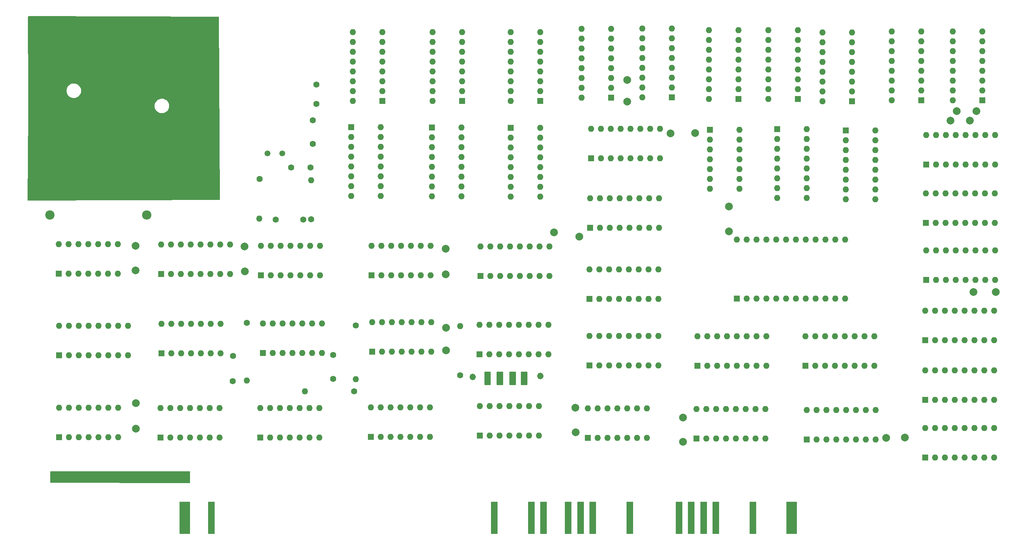
<source format=gts>
G04 #@! TF.GenerationSoftware,KiCad,Pcbnew,8.0.6*
G04 #@! TF.CreationDate,2025-02-23T10:59:59+00:00*
G04 #@! TF.ProjectId,Northstart Floating point,4e6f7274-6873-4746-9172-7420466c6f61,rev?*
G04 #@! TF.SameCoordinates,Original*
G04 #@! TF.FileFunction,Soldermask,Top*
G04 #@! TF.FilePolarity,Negative*
%FSLAX46Y46*%
G04 Gerber Fmt 4.6, Leading zero omitted, Abs format (unit mm)*
G04 Created by KiCad (PCBNEW 8.0.6) date 2025-02-23 10:59:59*
%MOMM*%
%LPD*%
G01*
G04 APERTURE LIST*
G04 Aperture macros list*
%AMHorizOval*
0 Thick line with rounded ends*
0 $1 width*
0 $2 $3 position (X,Y) of the first rounded end (center of the circle)*
0 $4 $5 position (X,Y) of the second rounded end (center of the circle)*
0 Add line between two ends*
20,1,$1,$2,$3,$4,$5,0*
0 Add two circle primitives to create the rounded ends*
1,1,$1,$2,$3*
1,1,$1,$4,$5*%
%AMRotRect*
0 Rectangle, with rotation*
0 The origin of the aperture is its center*
0 $1 length*
0 $2 width*
0 $3 Rotation angle, in degrees counterclockwise*
0 Add horizontal line*
21,1,$1,$2,0,0,$3*%
G04 Aperture macros list end*
%ADD10C,0.100000*%
%ADD11C,0.304800*%
%ADD12C,0.816102*%
%ADD13C,0.848748*%
%ADD14C,2.000000*%
%ADD15R,1.600000X1.600000*%
%ADD16O,1.600000X1.600000*%
%ADD17C,2.400000*%
%ADD18O,2.400000X2.400000*%
%ADD19C,1.600000*%
%ADD20R,2.794000X8.382000*%
%ADD21R,1.778000X8.382000*%
%ADD22RotRect,1.905000X2.000000X225.000000*%
%ADD23HorizOval,1.905000X-0.033588X0.033588X0.033588X-0.033588X0*%
%ADD24C,1.500000*%
%ADD25RotRect,1.905000X2.000000X45.000000*%
G04 APERTURE END LIST*
D10*
X65907630Y-26410000D02*
G75*
G02*
X62112370Y-26410000I-1897630J0D01*
G01*
X62112370Y-26410000D02*
G75*
G02*
X65907630Y-26410000I1897630J0D01*
G01*
D11*
X147940000Y-115230000D02*
X149250000Y-115230000D01*
X149250000Y-118350000D01*
X147940000Y-118350000D01*
X147940000Y-115230000D01*
G36*
X147940000Y-115230000D02*
G01*
X149250000Y-115230000D01*
X149250000Y-118350000D01*
X147940000Y-118350000D01*
X147940000Y-115230000D01*
G37*
X141670000Y-115240000D02*
X142980000Y-115240000D01*
X142980000Y-118360000D01*
X141670000Y-118360000D01*
X141670000Y-115240000D01*
G36*
X141670000Y-115240000D02*
G01*
X142980000Y-115240000D01*
X142980000Y-118360000D01*
X141670000Y-118360000D01*
X141670000Y-115240000D01*
G37*
D12*
X135738051Y-116430000D02*
G75*
G02*
X134921949Y-116430000I-408051J0D01*
G01*
X134921949Y-116430000D02*
G75*
G02*
X135738051Y-116430000I408051J0D01*
G01*
D13*
X153204374Y-116190000D02*
G75*
G02*
X152355626Y-116190000I-424374J0D01*
G01*
X152355626Y-116190000D02*
G75*
G02*
X153204374Y-116190000I424374J0D01*
G01*
D11*
X138500000Y-115240000D02*
X139810000Y-115240000D01*
X139810000Y-118360000D01*
X138500000Y-118360000D01*
X138500000Y-115240000D01*
G36*
X138500000Y-115240000D02*
G01*
X139810000Y-115240000D01*
X139810000Y-118360000D01*
X138500000Y-118360000D01*
X138500000Y-115240000D01*
G37*
X144980000Y-115230000D02*
X146290000Y-115230000D01*
X146290000Y-118350000D01*
X144980000Y-118350000D01*
X144980000Y-115230000D01*
G36*
X144980000Y-115230000D02*
G01*
X146290000Y-115230000D01*
X146290000Y-118350000D01*
X144980000Y-118350000D01*
X144980000Y-115230000D01*
G37*
D14*
X246790000Y-132120000D03*
X241960000Y-132140000D03*
D15*
X28620000Y-132000000D03*
D16*
X31160000Y-132000000D03*
X33700000Y-132000000D03*
X36240000Y-132000000D03*
X38780000Y-132000000D03*
X41320000Y-132000000D03*
X43860000Y-132000000D03*
X43860000Y-124380000D03*
X41320000Y-124380000D03*
X38780000Y-124380000D03*
X36240000Y-124380000D03*
X33700000Y-124380000D03*
X31160000Y-124380000D03*
X28620000Y-124380000D03*
D15*
X109040000Y-131900000D03*
D16*
X111580000Y-131900000D03*
X114120000Y-131900000D03*
X116660000Y-131900000D03*
X119200000Y-131900000D03*
X121740000Y-131900000D03*
X124280000Y-131900000D03*
X124280000Y-124280000D03*
X121740000Y-124280000D03*
X119200000Y-124280000D03*
X116660000Y-124280000D03*
X114120000Y-124280000D03*
X111580000Y-124280000D03*
X109040000Y-124280000D03*
D14*
X128430000Y-103710000D03*
X128450000Y-109600000D03*
D15*
X28550000Y-89720000D03*
D16*
X31090000Y-89720000D03*
X33630000Y-89720000D03*
X36170000Y-89720000D03*
X38710000Y-89720000D03*
X41250000Y-89720000D03*
X43790000Y-89720000D03*
X43790000Y-82100000D03*
X41250000Y-82100000D03*
X38710000Y-82100000D03*
X36170000Y-82100000D03*
X33630000Y-82100000D03*
X31090000Y-82100000D03*
X28550000Y-82100000D03*
D15*
X165040000Y-132160000D03*
D16*
X167580000Y-132160000D03*
X170120000Y-132160000D03*
X172660000Y-132160000D03*
X175200000Y-132160000D03*
X177740000Y-132160000D03*
X180280000Y-132160000D03*
X180280000Y-124540000D03*
X177740000Y-124540000D03*
X175200000Y-124540000D03*
X172660000Y-124540000D03*
X170120000Y-124540000D03*
X167580000Y-124540000D03*
X165040000Y-124540000D03*
D14*
X201460000Y-78792500D03*
X201420000Y-72422500D03*
D15*
X251060000Y-44950000D03*
D16*
X251060000Y-42410000D03*
X251060000Y-39870000D03*
X251060000Y-37330000D03*
X251060000Y-34790000D03*
X251060000Y-32250000D03*
X251060000Y-29710000D03*
X251060000Y-27170000D03*
X243440000Y-27170000D03*
X243440000Y-29710000D03*
X243440000Y-32250000D03*
X243440000Y-34790000D03*
X243440000Y-37330000D03*
X243440000Y-39870000D03*
X243440000Y-42410000D03*
X243440000Y-44950000D03*
D14*
X192675000Y-53440000D03*
X186355000Y-53510000D03*
D15*
X132580000Y-45110000D03*
D16*
X132580000Y-42570000D03*
X132580000Y-40030000D03*
X132580000Y-37490000D03*
X132580000Y-34950000D03*
X132580000Y-32410000D03*
X132580000Y-29870000D03*
X132580000Y-27330000D03*
X124960000Y-27330000D03*
X124960000Y-29870000D03*
X124960000Y-32410000D03*
X124960000Y-34950000D03*
X124960000Y-37490000D03*
X124960000Y-40030000D03*
X124960000Y-42570000D03*
X124960000Y-45110000D03*
D15*
X111990000Y-45125000D03*
D16*
X111990000Y-42585000D03*
X111990000Y-40045000D03*
X111990000Y-37505000D03*
X111990000Y-34965000D03*
X111990000Y-32425000D03*
X111990000Y-29885000D03*
X111990000Y-27345000D03*
X104370000Y-27345000D03*
X104370000Y-29885000D03*
X104370000Y-32425000D03*
X104370000Y-34965000D03*
X104370000Y-37505000D03*
X104370000Y-40045000D03*
X104370000Y-42585000D03*
X104370000Y-45125000D03*
D17*
X26250000Y-74610000D03*
D18*
X51250000Y-74610000D03*
D15*
X252090000Y-106910000D03*
D16*
X254630000Y-106910000D03*
X257170000Y-106910000D03*
X259710000Y-106910000D03*
X262250000Y-106910000D03*
X264790000Y-106910000D03*
X267330000Y-106910000D03*
X269870000Y-106910000D03*
X269870000Y-99290000D03*
X267330000Y-99290000D03*
X264790000Y-99290000D03*
X262250000Y-99290000D03*
X259710000Y-99290000D03*
X257170000Y-99290000D03*
X254630000Y-99290000D03*
X252090000Y-99290000D03*
D15*
X233210000Y-45200000D03*
D16*
X233210000Y-42660000D03*
X233210000Y-40120000D03*
X233210000Y-37580000D03*
X233210000Y-35040000D03*
X233210000Y-32500000D03*
X233210000Y-29960000D03*
X233210000Y-27420000D03*
X225590000Y-27420000D03*
X225590000Y-29960000D03*
X225590000Y-32500000D03*
X225590000Y-35040000D03*
X225590000Y-37580000D03*
X225590000Y-40120000D03*
X225590000Y-42660000D03*
X225590000Y-45200000D03*
D19*
X77060000Y-102460000D03*
D16*
X77040000Y-117390000D03*
D19*
X132090000Y-116010000D03*
D16*
X132090000Y-103310000D03*
D15*
X28605000Y-110870000D03*
D16*
X31145000Y-110870000D03*
X33685000Y-110870000D03*
X36225000Y-110870000D03*
X38765000Y-110870000D03*
X41305000Y-110870000D03*
X43845000Y-110870000D03*
X46385000Y-110870000D03*
X46385000Y-103250000D03*
X43845000Y-103250000D03*
X41305000Y-103250000D03*
X38765000Y-103250000D03*
X36225000Y-103250000D03*
X33685000Y-103250000D03*
X31145000Y-103250000D03*
X28605000Y-103250000D03*
D19*
X105180000Y-103130000D03*
D16*
X105210000Y-117020000D03*
D15*
X137070000Y-110600000D03*
D16*
X139610000Y-110600000D03*
X142150000Y-110600000D03*
X144690000Y-110600000D03*
X147230000Y-110600000D03*
X149770000Y-110600000D03*
X152310000Y-110600000D03*
X154850000Y-110600000D03*
X154850000Y-102980000D03*
X152310000Y-102980000D03*
X149770000Y-102980000D03*
X147230000Y-102980000D03*
X144690000Y-102980000D03*
X142150000Y-102980000D03*
X139610000Y-102980000D03*
X137070000Y-102980000D03*
D15*
X193295000Y-113570000D03*
D16*
X195835000Y-113570000D03*
X198375000Y-113570000D03*
X200915000Y-113570000D03*
X203455000Y-113570000D03*
X205995000Y-113570000D03*
X208535000Y-113570000D03*
X211075000Y-113570000D03*
X211075000Y-105950000D03*
X208535000Y-105950000D03*
X205995000Y-105950000D03*
X203455000Y-105950000D03*
X200915000Y-105950000D03*
X198375000Y-105950000D03*
X195835000Y-105950000D03*
X193295000Y-105950000D03*
D19*
X104770000Y-120110000D03*
D16*
X92070000Y-120110000D03*
D14*
X76490000Y-82710000D03*
X76540000Y-89200000D03*
X175210000Y-45330000D03*
X175170000Y-39710000D03*
X128340000Y-83300000D03*
X128390000Y-89890000D03*
D15*
X165450000Y-96240000D03*
D16*
X167990000Y-96240000D03*
X170530000Y-96240000D03*
X173070000Y-96240000D03*
X175610000Y-96240000D03*
X178150000Y-96240000D03*
X180690000Y-96240000D03*
X183230000Y-96240000D03*
X183230000Y-88620000D03*
X180690000Y-88620000D03*
X178150000Y-88620000D03*
X175610000Y-88620000D03*
X173070000Y-88620000D03*
X170530000Y-88620000D03*
X167990000Y-88620000D03*
X165450000Y-88620000D03*
D14*
X258550000Y-50230000D03*
X263620000Y-50180000D03*
X162785000Y-80197500D03*
X156325000Y-79127500D03*
X48340000Y-82520000D03*
X48340000Y-88900000D03*
D15*
X252360000Y-61540000D03*
D16*
X254900000Y-61540000D03*
X257440000Y-61540000D03*
X259980000Y-61540000D03*
X262520000Y-61540000D03*
X265060000Y-61540000D03*
X267600000Y-61540000D03*
X270140000Y-61540000D03*
X270140000Y-53920000D03*
X267600000Y-53920000D03*
X265060000Y-53920000D03*
X262520000Y-53920000D03*
X259980000Y-53920000D03*
X257440000Y-53920000D03*
X254900000Y-53920000D03*
X252360000Y-53920000D03*
D15*
X165650000Y-77910000D03*
D16*
X168190000Y-77910000D03*
X170730000Y-77910000D03*
X173270000Y-77910000D03*
X175810000Y-77910000D03*
X178350000Y-77910000D03*
X180890000Y-77910000D03*
X183430000Y-77910000D03*
X183430000Y-70290000D03*
X180890000Y-70290000D03*
X178350000Y-70290000D03*
X175810000Y-70290000D03*
X173270000Y-70290000D03*
X170730000Y-70290000D03*
X168190000Y-70290000D03*
X165650000Y-70290000D03*
D14*
X264520000Y-94530000D03*
X270270000Y-94490000D03*
X161850000Y-124350000D03*
X161870000Y-130730000D03*
D15*
X252100000Y-137260000D03*
D16*
X254640000Y-137260000D03*
X257180000Y-137260000D03*
X259720000Y-137260000D03*
X262260000Y-137260000D03*
X264800000Y-137260000D03*
X267340000Y-137260000D03*
X269880000Y-137260000D03*
X269880000Y-129640000D03*
X267340000Y-129640000D03*
X264800000Y-129640000D03*
X262260000Y-129640000D03*
X259720000Y-129640000D03*
X257180000Y-129640000D03*
X254640000Y-129640000D03*
X252100000Y-129640000D03*
D15*
X221490000Y-132590000D03*
D16*
X224030000Y-132590000D03*
X226570000Y-132590000D03*
X229110000Y-132590000D03*
X231650000Y-132590000D03*
X234190000Y-132590000D03*
X236730000Y-132590000D03*
X239270000Y-132590000D03*
X239270000Y-124970000D03*
X236730000Y-124970000D03*
X234190000Y-124970000D03*
X231650000Y-124970000D03*
X229110000Y-124970000D03*
X226570000Y-124970000D03*
X224030000Y-124970000D03*
X221490000Y-124970000D03*
D15*
X137315000Y-90380000D03*
D16*
X139855000Y-90380000D03*
X142395000Y-90380000D03*
X144935000Y-90380000D03*
X147475000Y-90380000D03*
X150015000Y-90380000D03*
X152555000Y-90380000D03*
X155095000Y-90380000D03*
X155095000Y-82760000D03*
X152555000Y-82760000D03*
X150015000Y-82760000D03*
X147475000Y-82760000D03*
X144935000Y-82760000D03*
X142395000Y-82760000D03*
X139855000Y-82760000D03*
X137315000Y-82760000D03*
D15*
X109430000Y-109880000D03*
D16*
X111970000Y-109880000D03*
X114510000Y-109880000D03*
X117050000Y-109880000D03*
X119590000Y-109880000D03*
X122130000Y-109880000D03*
X124670000Y-109880000D03*
X124670000Y-102260000D03*
X122130000Y-102260000D03*
X119590000Y-102260000D03*
X117050000Y-102260000D03*
X114510000Y-102260000D03*
X111970000Y-102260000D03*
X109430000Y-102260000D03*
D15*
X266770000Y-44950000D03*
D16*
X266770000Y-42410000D03*
X266770000Y-39870000D03*
X266770000Y-37330000D03*
X266770000Y-34790000D03*
X266770000Y-32250000D03*
X266770000Y-29710000D03*
X266770000Y-27170000D03*
X259150000Y-27170000D03*
X259150000Y-29710000D03*
X259150000Y-32250000D03*
X259150000Y-34790000D03*
X259150000Y-37330000D03*
X259150000Y-39870000D03*
X259150000Y-42410000D03*
X259150000Y-44950000D03*
D14*
X189550000Y-126920000D03*
X189610000Y-133210000D03*
D15*
X165430000Y-113480000D03*
D16*
X167970000Y-113480000D03*
X170510000Y-113480000D03*
X173050000Y-113480000D03*
X175590000Y-113480000D03*
X178130000Y-113480000D03*
X180670000Y-113480000D03*
X183210000Y-113480000D03*
X183210000Y-105860000D03*
X180670000Y-105860000D03*
X178130000Y-105860000D03*
X175590000Y-105860000D03*
X173050000Y-105860000D03*
X170510000Y-105860000D03*
X167970000Y-105860000D03*
X165430000Y-105860000D03*
D15*
X196500000Y-52625000D03*
D16*
X196500000Y-55165000D03*
X196500000Y-57705000D03*
X196500000Y-60245000D03*
X196500000Y-62785000D03*
X196500000Y-65325000D03*
X196500000Y-67865000D03*
X204120000Y-67865000D03*
X204120000Y-65325000D03*
X204120000Y-62785000D03*
X204120000Y-60245000D03*
X204120000Y-57705000D03*
X204120000Y-55165000D03*
X204120000Y-52625000D03*
D19*
X99325000Y-116900000D03*
X99325000Y-110760000D03*
X93680000Y-75740000D03*
D16*
X93690000Y-65630000D03*
D15*
X124810000Y-51950000D03*
D16*
X124810000Y-54490000D03*
X124810000Y-57030000D03*
X124810000Y-59570000D03*
X124810000Y-62110000D03*
X124810000Y-64650000D03*
X124810000Y-67190000D03*
X124810000Y-69730000D03*
X132430000Y-69730000D03*
X132430000Y-67190000D03*
X132430000Y-64650000D03*
X132430000Y-62110000D03*
X132430000Y-59570000D03*
X132430000Y-57030000D03*
X132430000Y-54490000D03*
X132430000Y-51950000D03*
D19*
X94080000Y-50150000D03*
X94070000Y-56250000D03*
D15*
X203910000Y-44585000D03*
D16*
X203910000Y-42045000D03*
X203910000Y-39505000D03*
X203910000Y-36965000D03*
X203910000Y-34425000D03*
X203910000Y-31885000D03*
X203910000Y-29345000D03*
X203910000Y-26805000D03*
X196290000Y-26805000D03*
X196290000Y-29345000D03*
X196290000Y-31885000D03*
X196290000Y-34425000D03*
X196290000Y-36965000D03*
X196290000Y-39505000D03*
X196290000Y-42045000D03*
X196290000Y-44585000D03*
D15*
X193015000Y-132370000D03*
D16*
X195555000Y-132370000D03*
X198095000Y-132370000D03*
X200635000Y-132370000D03*
X203175000Y-132370000D03*
X205715000Y-132370000D03*
X208255000Y-132370000D03*
X210795000Y-132370000D03*
X210795000Y-124750000D03*
X208255000Y-124750000D03*
X205715000Y-124750000D03*
X203175000Y-124750000D03*
X200635000Y-124750000D03*
X198095000Y-124750000D03*
X195555000Y-124750000D03*
X193015000Y-124750000D03*
D15*
X80545000Y-132050000D03*
D16*
X83085000Y-132050000D03*
X85625000Y-132050000D03*
X88165000Y-132050000D03*
X90705000Y-132050000D03*
X93245000Y-132050000D03*
X95785000Y-132050000D03*
X95785000Y-124430000D03*
X93245000Y-124430000D03*
X90705000Y-124430000D03*
X88165000Y-124430000D03*
X85625000Y-124430000D03*
X83085000Y-124430000D03*
X80545000Y-124430000D03*
D14*
X48420000Y-123200000D03*
X48460000Y-129840000D03*
D15*
X252200000Y-76630000D03*
D16*
X254740000Y-76630000D03*
X257280000Y-76630000D03*
X259820000Y-76630000D03*
X262360000Y-76630000D03*
X264900000Y-76630000D03*
X267440000Y-76630000D03*
X269980000Y-76630000D03*
X269980000Y-69010000D03*
X267440000Y-69010000D03*
X264900000Y-69010000D03*
X262360000Y-69010000D03*
X259820000Y-69010000D03*
X257280000Y-69010000D03*
X254740000Y-69010000D03*
X252200000Y-69010000D03*
D19*
X94980000Y-45920000D03*
X94980000Y-40920000D03*
D20*
X61050000Y-152810000D03*
D21*
X67908000Y-152810000D03*
X140933000Y-152810000D03*
X150458000Y-152810000D03*
X153633000Y-152810000D03*
X159983000Y-152810000D03*
X163158000Y-152810000D03*
X166333000Y-152810000D03*
X175858000Y-152810000D03*
X188558000Y-152810000D03*
X191733000Y-152810000D03*
X194908000Y-152810000D03*
X198083000Y-152810000D03*
X207608000Y-152810000D03*
D20*
X217641000Y-152810000D03*
D15*
X81180000Y-110270000D03*
D16*
X83720000Y-110270000D03*
X86260000Y-110270000D03*
X88800000Y-110270000D03*
X91340000Y-110270000D03*
X93880000Y-110270000D03*
X96420000Y-110270000D03*
X96420000Y-102650000D03*
X93880000Y-102650000D03*
X91340000Y-102650000D03*
X88800000Y-102650000D03*
X86260000Y-102650000D03*
X83720000Y-102650000D03*
X81180000Y-102650000D03*
D15*
X186710000Y-44205000D03*
D16*
X186710000Y-41665000D03*
X186710000Y-39125000D03*
X186710000Y-36585000D03*
X186710000Y-34045000D03*
X186710000Y-31505000D03*
X186710000Y-28965000D03*
X186710000Y-26425000D03*
X179090000Y-26425000D03*
X179090000Y-28965000D03*
X179090000Y-31505000D03*
X179090000Y-34045000D03*
X179090000Y-36585000D03*
X179090000Y-39125000D03*
X179090000Y-41665000D03*
X179090000Y-44205000D03*
D15*
X252075000Y-122340000D03*
D16*
X254615000Y-122340000D03*
X257155000Y-122340000D03*
X259695000Y-122340000D03*
X262235000Y-122340000D03*
X264775000Y-122340000D03*
X267315000Y-122340000D03*
X269855000Y-122340000D03*
X269855000Y-114720000D03*
X267315000Y-114720000D03*
X264775000Y-114720000D03*
X262235000Y-114720000D03*
X259695000Y-114720000D03*
X257155000Y-114720000D03*
X254615000Y-114720000D03*
X252075000Y-114720000D03*
D14*
X260220000Y-47775000D03*
X265240000Y-47765000D03*
D15*
X109195000Y-90200000D03*
D16*
X111735000Y-90200000D03*
X114275000Y-90200000D03*
X116815000Y-90200000D03*
X119355000Y-90200000D03*
X121895000Y-90200000D03*
X124435000Y-90200000D03*
X124435000Y-82580000D03*
X121895000Y-82580000D03*
X119355000Y-82580000D03*
X116815000Y-82580000D03*
X114275000Y-82580000D03*
X111735000Y-82580000D03*
X109195000Y-82580000D03*
D15*
X145130000Y-52060000D03*
D16*
X145130000Y-54600000D03*
X145130000Y-57140000D03*
X145130000Y-59680000D03*
X145130000Y-62220000D03*
X145130000Y-64760000D03*
X145130000Y-67300000D03*
X145130000Y-69840000D03*
X152750000Y-69840000D03*
X152750000Y-67300000D03*
X152750000Y-64760000D03*
X152750000Y-62220000D03*
X152750000Y-59680000D03*
X152750000Y-57140000D03*
X152750000Y-54600000D03*
X152750000Y-52060000D03*
D15*
X54830000Y-132110000D03*
D16*
X57370000Y-132110000D03*
X59910000Y-132110000D03*
X62450000Y-132110000D03*
X64990000Y-132110000D03*
X67530000Y-132110000D03*
X70070000Y-132110000D03*
X70070000Y-124490000D03*
X67530000Y-124490000D03*
X64990000Y-124490000D03*
X62450000Y-124490000D03*
X59910000Y-124490000D03*
X57370000Y-124490000D03*
X54830000Y-124490000D03*
D15*
X171000000Y-44250000D03*
D16*
X171000000Y-41710000D03*
X171000000Y-39170000D03*
X171000000Y-36630000D03*
X171000000Y-34090000D03*
X171000000Y-31550000D03*
X171000000Y-29010000D03*
X171000000Y-26470000D03*
X163380000Y-26470000D03*
X163380000Y-29010000D03*
X163380000Y-31550000D03*
X163380000Y-34090000D03*
X163380000Y-36630000D03*
X163380000Y-39170000D03*
X163380000Y-41710000D03*
X163380000Y-44250000D03*
D15*
X219180000Y-44585000D03*
D16*
X219180000Y-42045000D03*
X219180000Y-39505000D03*
X219180000Y-36965000D03*
X219180000Y-34425000D03*
X219180000Y-31885000D03*
X219180000Y-29345000D03*
X219180000Y-26805000D03*
X211560000Y-26805000D03*
X211560000Y-29345000D03*
X211560000Y-31885000D03*
X211560000Y-34425000D03*
X211560000Y-36965000D03*
X211560000Y-39505000D03*
X211560000Y-42045000D03*
X211560000Y-44585000D03*
D22*
X46407836Y-33435733D03*
D23*
X42638957Y-33343809D03*
X42815734Y-37027835D03*
D19*
X91660000Y-75820000D03*
X84520000Y-75820000D03*
D15*
X152730000Y-45160000D03*
D16*
X152730000Y-42620000D03*
X152730000Y-40080000D03*
X152730000Y-37540000D03*
X152730000Y-35000000D03*
X152730000Y-32460000D03*
X152730000Y-29920000D03*
X152730000Y-27380000D03*
X145110000Y-27380000D03*
X145110000Y-29920000D03*
X145110000Y-32460000D03*
X145110000Y-35000000D03*
X145110000Y-37540000D03*
X145110000Y-40080000D03*
X145110000Y-42620000D03*
X145110000Y-45160000D03*
D15*
X137195000Y-131560000D03*
D16*
X139735000Y-131560000D03*
X142275000Y-131560000D03*
X144815000Y-131560000D03*
X147355000Y-131560000D03*
X149895000Y-131560000D03*
X152435000Y-131560000D03*
X152435000Y-123940000D03*
X149895000Y-123940000D03*
X147355000Y-123940000D03*
X144815000Y-123940000D03*
X142275000Y-123940000D03*
X139735000Y-123940000D03*
X137195000Y-123940000D03*
D19*
X88470000Y-62310000D03*
X93470000Y-62310000D03*
D15*
X252360000Y-91400000D03*
D16*
X254900000Y-91400000D03*
X257440000Y-91400000D03*
X259980000Y-91400000D03*
X262520000Y-91400000D03*
X265060000Y-91400000D03*
X267600000Y-91400000D03*
X270140000Y-91400000D03*
X270140000Y-83780000D03*
X267600000Y-83780000D03*
X265060000Y-83780000D03*
X262520000Y-83780000D03*
X259980000Y-83780000D03*
X257440000Y-83780000D03*
X254900000Y-83780000D03*
X252360000Y-83780000D03*
D19*
X73430000Y-117500000D03*
X73470000Y-110970000D03*
D24*
X86170000Y-58690000D03*
X82370000Y-58690000D03*
D15*
X165910000Y-59980000D03*
D16*
X168450000Y-59980000D03*
X170990000Y-59980000D03*
X173530000Y-59980000D03*
X176070000Y-59980000D03*
X178610000Y-59980000D03*
X181150000Y-59980000D03*
X183690000Y-59980000D03*
X183690000Y-52360000D03*
X181150000Y-52360000D03*
X178610000Y-52360000D03*
X176070000Y-52360000D03*
X173530000Y-52360000D03*
X170990000Y-52360000D03*
X168450000Y-52360000D03*
X165910000Y-52360000D03*
D15*
X231550000Y-52745000D03*
D16*
X231550000Y-55285000D03*
X231550000Y-57825000D03*
X231550000Y-60365000D03*
X231550000Y-62905000D03*
X231550000Y-65445000D03*
X231550000Y-67985000D03*
X231550000Y-70525000D03*
X239170000Y-70525000D03*
X239170000Y-67985000D03*
X239170000Y-65445000D03*
X239170000Y-62905000D03*
X239170000Y-60365000D03*
X239170000Y-57825000D03*
X239170000Y-55285000D03*
X239170000Y-52745000D03*
D19*
X80340000Y-65295000D03*
D16*
X80290000Y-75565000D03*
D15*
X55060000Y-110360000D03*
D16*
X57600000Y-110360000D03*
X60140000Y-110360000D03*
X62680000Y-110360000D03*
X65220000Y-110360000D03*
X67760000Y-110360000D03*
X70300000Y-110360000D03*
X70300000Y-102740000D03*
X67760000Y-102740000D03*
X65220000Y-102740000D03*
X62680000Y-102740000D03*
X60140000Y-102740000D03*
X57600000Y-102740000D03*
X55060000Y-102740000D03*
D15*
X104020000Y-51890000D03*
D16*
X104020000Y-54430000D03*
X104020000Y-56970000D03*
X104020000Y-59510000D03*
X104020000Y-62050000D03*
X104020000Y-64590000D03*
X104020000Y-67130000D03*
X104020000Y-69670000D03*
X111640000Y-69670000D03*
X111640000Y-67130000D03*
X111640000Y-64590000D03*
X111640000Y-62050000D03*
X111640000Y-59510000D03*
X111640000Y-56970000D03*
X111640000Y-54430000D03*
X111640000Y-51890000D03*
D15*
X54950000Y-89820000D03*
D16*
X57490000Y-89820000D03*
X60030000Y-89820000D03*
X62570000Y-89820000D03*
X65110000Y-89820000D03*
X67650000Y-89820000D03*
X70190000Y-89820000D03*
X72730000Y-89820000D03*
X72730000Y-82200000D03*
X70190000Y-82200000D03*
X67650000Y-82200000D03*
X65110000Y-82200000D03*
X62570000Y-82200000D03*
X60030000Y-82200000D03*
X57490000Y-82200000D03*
X54950000Y-82200000D03*
D25*
X41138415Y-54780517D03*
D23*
X45381056Y-55431055D03*
X44730517Y-51188415D03*
D15*
X80735000Y-90200000D03*
D16*
X83275000Y-90200000D03*
X85815000Y-90200000D03*
X88355000Y-90200000D03*
X90895000Y-90200000D03*
X93435000Y-90200000D03*
X95975000Y-90200000D03*
X95975000Y-82580000D03*
X93435000Y-82580000D03*
X90895000Y-82580000D03*
X88355000Y-82580000D03*
X85815000Y-82580000D03*
X83275000Y-82580000D03*
X80735000Y-82580000D03*
D15*
X203435000Y-96185000D03*
D16*
X205975000Y-96185000D03*
X208515000Y-96185000D03*
X211055000Y-96185000D03*
X213595000Y-96185000D03*
X216135000Y-96185000D03*
X218675000Y-96185000D03*
X221215000Y-96185000D03*
X223755000Y-96185000D03*
X226295000Y-96185000D03*
X228835000Y-96185000D03*
X231375000Y-96185000D03*
X231375000Y-80945000D03*
X228835000Y-80945000D03*
X226295000Y-80945000D03*
X223755000Y-80945000D03*
X221215000Y-80945000D03*
X218675000Y-80945000D03*
X216135000Y-80945000D03*
X213595000Y-80945000D03*
X211055000Y-80945000D03*
X208515000Y-80945000D03*
X205975000Y-80945000D03*
X203435000Y-80945000D03*
D15*
X221190000Y-113510000D03*
D16*
X223730000Y-113510000D03*
X226270000Y-113510000D03*
X228810000Y-113510000D03*
X231350000Y-113510000D03*
X233890000Y-113510000D03*
X236430000Y-113510000D03*
X238970000Y-113510000D03*
X238970000Y-105890000D03*
X236430000Y-105890000D03*
X233890000Y-105890000D03*
X231350000Y-105890000D03*
X228810000Y-105890000D03*
X226270000Y-105890000D03*
X223730000Y-105890000D03*
X221190000Y-105890000D03*
D15*
X213840000Y-52445000D03*
D16*
X213840000Y-54985000D03*
X213840000Y-57525000D03*
X213840000Y-60065000D03*
X213840000Y-62605000D03*
X213840000Y-65145000D03*
X213840000Y-67685000D03*
X213840000Y-70225000D03*
X221460000Y-70225000D03*
X221460000Y-67685000D03*
X221460000Y-65145000D03*
X221460000Y-62605000D03*
X221460000Y-60065000D03*
X221460000Y-57525000D03*
X221460000Y-54985000D03*
X221460000Y-52445000D03*
G36*
X69757055Y-23379650D02*
G01*
X69824039Y-23399525D01*
X69869643Y-23452458D01*
X69880701Y-23502941D01*
X70149291Y-70575793D01*
X70129989Y-70642944D01*
X70077447Y-70689000D01*
X70025792Y-70700500D01*
X20605513Y-70899494D01*
X20538395Y-70880080D01*
X20492428Y-70827460D01*
X20481018Y-70774489D01*
X20660000Y-48719989D01*
X20660000Y-48670097D01*
X20656476Y-46429996D01*
X53272493Y-46429996D01*
X53272493Y-46430000D01*
X53292500Y-46703366D01*
X53292501Y-46703376D01*
X53352096Y-46970903D01*
X53352098Y-46970908D01*
X53450015Y-47226923D01*
X53584162Y-47465946D01*
X53584165Y-47465951D01*
X53751683Y-47682894D01*
X53751692Y-47682904D01*
X53949005Y-47873137D01*
X53949013Y-47873144D01*
X54171922Y-48032621D01*
X54171934Y-48032628D01*
X54415692Y-48157954D01*
X54415706Y-48157960D01*
X54675102Y-48246454D01*
X54675120Y-48246458D01*
X54944655Y-48296243D01*
X54944662Y-48296244D01*
X55218568Y-48306255D01*
X55491021Y-48276275D01*
X55491031Y-48276274D01*
X55756206Y-48206949D01*
X55756208Y-48206948D01*
X56008467Y-48099751D01*
X56242439Y-47956960D01*
X56242449Y-47956953D01*
X56453128Y-47781625D01*
X56453134Y-47781619D01*
X56636040Y-47577483D01*
X56787277Y-47348888D01*
X56903625Y-47100695D01*
X56903625Y-47100693D01*
X56982587Y-46838238D01*
X56982590Y-46838224D01*
X57022498Y-46567051D01*
X57022499Y-46567035D01*
X57025000Y-46430000D01*
X57022499Y-46292964D01*
X57022498Y-46292948D01*
X56982590Y-46021775D01*
X56982587Y-46021761D01*
X56903625Y-45759306D01*
X56903625Y-45759304D01*
X56787277Y-45511111D01*
X56636040Y-45282516D01*
X56453134Y-45078380D01*
X56453128Y-45078374D01*
X56242449Y-44903046D01*
X56242439Y-44903039D01*
X56008467Y-44760248D01*
X55756208Y-44653051D01*
X55756206Y-44653050D01*
X55491031Y-44583725D01*
X55491021Y-44583724D01*
X55218566Y-44553744D01*
X54944662Y-44563755D01*
X54944655Y-44563756D01*
X54675120Y-44613541D01*
X54675102Y-44613545D01*
X54415706Y-44702039D01*
X54415692Y-44702045D01*
X54171934Y-44827371D01*
X54171922Y-44827378D01*
X53949013Y-44986855D01*
X53949005Y-44986862D01*
X53751692Y-45177095D01*
X53751683Y-45177105D01*
X53584165Y-45394048D01*
X53584162Y-45394053D01*
X53450015Y-45633076D01*
X53352098Y-45889091D01*
X53352096Y-45889096D01*
X53292501Y-46156623D01*
X53292500Y-46156633D01*
X53272493Y-46429996D01*
X20656476Y-46429996D01*
X20650279Y-42489996D01*
X30552493Y-42489996D01*
X30552493Y-42490000D01*
X30572500Y-42763366D01*
X30572501Y-42763376D01*
X30632096Y-43030903D01*
X30632098Y-43030908D01*
X30730015Y-43286923D01*
X30864162Y-43525946D01*
X30864165Y-43525951D01*
X31031683Y-43742894D01*
X31031692Y-43742904D01*
X31229005Y-43933137D01*
X31229013Y-43933144D01*
X31451922Y-44092621D01*
X31451934Y-44092628D01*
X31695692Y-44217954D01*
X31695706Y-44217960D01*
X31955102Y-44306454D01*
X31955120Y-44306458D01*
X32224655Y-44356243D01*
X32224662Y-44356244D01*
X32498568Y-44366255D01*
X32771021Y-44336275D01*
X32771031Y-44336274D01*
X33036206Y-44266949D01*
X33036208Y-44266948D01*
X33288467Y-44159751D01*
X33522439Y-44016960D01*
X33522449Y-44016953D01*
X33733128Y-43841625D01*
X33733134Y-43841619D01*
X33916040Y-43637483D01*
X34067277Y-43408888D01*
X34183625Y-43160695D01*
X34183625Y-43160693D01*
X34262587Y-42898238D01*
X34262590Y-42898224D01*
X34302498Y-42627051D01*
X34302499Y-42627035D01*
X34305000Y-42490000D01*
X34302499Y-42352964D01*
X34302498Y-42352948D01*
X34262590Y-42081775D01*
X34262587Y-42081761D01*
X34183625Y-41819306D01*
X34183625Y-41819304D01*
X34067277Y-41571111D01*
X33916040Y-41342516D01*
X33733134Y-41138380D01*
X33733128Y-41138374D01*
X33522449Y-40963046D01*
X33522439Y-40963039D01*
X33288467Y-40820248D01*
X33036208Y-40713051D01*
X33036206Y-40713050D01*
X32771031Y-40643725D01*
X32771021Y-40643724D01*
X32498566Y-40613744D01*
X32224662Y-40623755D01*
X32224655Y-40623756D01*
X31955120Y-40673541D01*
X31955102Y-40673545D01*
X31695706Y-40762039D01*
X31695692Y-40762045D01*
X31451934Y-40887371D01*
X31451922Y-40887378D01*
X31229013Y-41046855D01*
X31229005Y-41046862D01*
X31031692Y-41237095D01*
X31031683Y-41237105D01*
X30864165Y-41454048D01*
X30864162Y-41454053D01*
X30730015Y-41693076D01*
X30632098Y-41949091D01*
X30632096Y-41949096D01*
X30572501Y-42216623D01*
X30572500Y-42216633D01*
X30552493Y-42489996D01*
X20650279Y-42489996D01*
X20620195Y-23364547D01*
X20639774Y-23297477D01*
X20692506Y-23251639D01*
X20744547Y-23240353D01*
X69757055Y-23379650D01*
G37*
G36*
X62392195Y-140809700D02*
G01*
X62437964Y-140862491D01*
X62449181Y-140914847D01*
X62430808Y-143716676D01*
X62410685Y-143783585D01*
X62357582Y-143828993D01*
X62306674Y-143839863D01*
X26434276Y-143800137D01*
X26367258Y-143780378D01*
X26321562Y-143727524D01*
X26310414Y-143675724D01*
X26319588Y-140923552D01*
X26339496Y-140856578D01*
X26392452Y-140811000D01*
X26443553Y-140799965D01*
X62325150Y-140790034D01*
X62392195Y-140809700D01*
G37*
M02*

</source>
